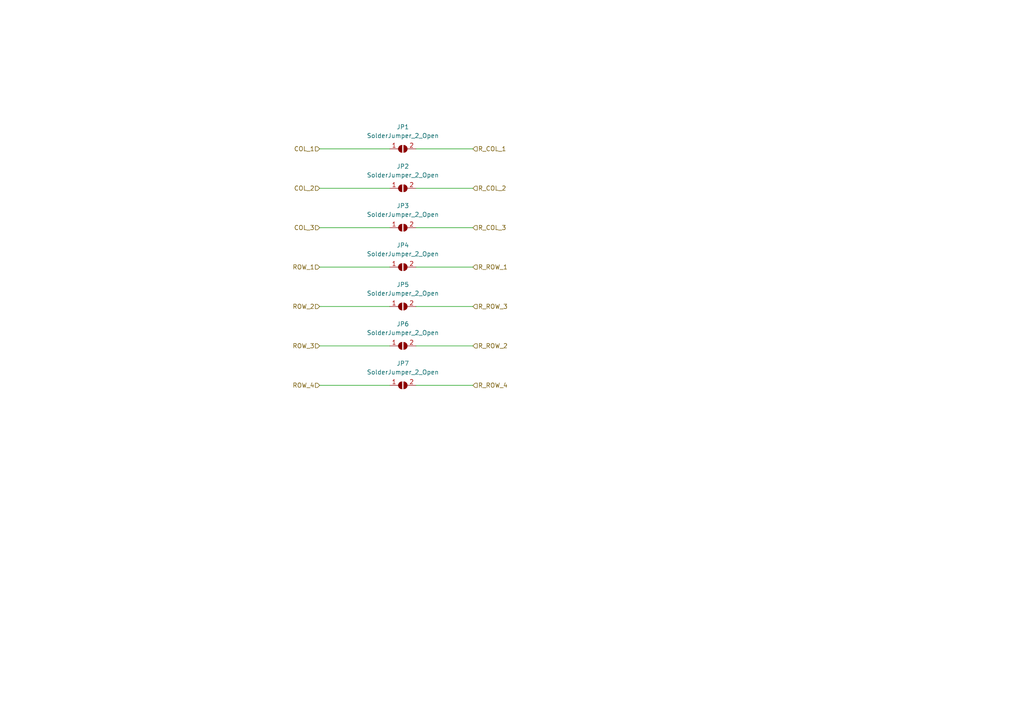
<source format=kicad_sch>
(kicad_sch (version 20231120) (generator "eeschema") (generator_version "8.0")
  (paper "A4")
  (lib_symbols
    (symbol "Jumper:SolderJumper_2_Open" (pin_names (offset 0) hide)
      (property "Reference" "JP" (at 0 2.032 0))
      (property "Value" "SolderJumper_2_Open" (at 0 -2.54 0))
      (symbol "SolderJumper_2_Open_0_1"
        (arc (start -0.254 1.016) (mid -1.2656 0) (end -0.254 -1.016))
        (arc (start -0.254 1.016) (mid -1.2656 0) (end -0.254 -1.016) (fill (type outline)))
        (polyline (pts (xy -0.254 1.016) (xy -0.254 -1.016)))
        (polyline (pts (xy 0.254 1.016) (xy 0.254 -1.016)))
        (arc (start 0.254 -1.016) (mid 1.2656 0) (end 0.254 1.016))
        (arc (start 0.254 -1.016) (mid 1.2656 0) (end 0.254 1.016) (fill (type outline)))
      )
      (symbol "SolderJumper_2_Open_1_1"
        (pin passive line (at -3.81 0 0) (length 2.54) (name "A") (number "1"))
        (pin passive line (at 3.81 0 180) (length 2.54) (name "B") (number "2"))
      )
    )
  )
  (wire (pts (xy 120.65 100.33) (xy 137.16 100.33)))
  (wire (pts (xy 92.71 66.04) (xy 113.03 66.04)))
  (wire (pts (xy 120.65 54.61) (xy 137.16 54.61)))
  (wire (pts (xy 120.65 43.18) (xy 137.16 43.18)))
  (wire (pts (xy 92.71 100.33) (xy 113.03 100.33)))
  (wire (pts (xy 120.65 77.47) (xy 137.16 77.47)))
  (wire (pts (xy 92.71 88.9) (xy 113.03 88.9)))
  (wire (pts (xy 120.65 66.04) (xy 137.16 66.04)))
  (wire (pts (xy 92.71 43.18) (xy 113.03 43.18)))
  (wire (pts (xy 120.65 88.9) (xy 137.16 88.9)))
  (wire (pts (xy 92.71 111.76) (xy 113.03 111.76)))
  (wire (pts (xy 120.65 111.76) (xy 137.16 111.76)))
  (wire (pts (xy 92.71 54.61) (xy 113.03 54.61)))
  (wire (pts (xy 92.71 77.47) (xy 113.03 77.47)))
  (hierarchical_label "R_COL_3" (shape input) (at 137.16 66.04 0))
  (hierarchical_label "R_ROW_4" (shape input) (at 137.16 111.76 0))
  (hierarchical_label "R_ROW_2" (shape input) (at 137.16 100.33 0))
  (hierarchical_label "COL_3" (shape input) (at 92.71 66.04 180))
  (hierarchical_label "ROW_4" (shape input) (at 92.71 111.76 180))
  (hierarchical_label "ROW_1" (shape input) (at 92.71 77.47 180))
  (hierarchical_label "R_COL_2" (shape input) (at 137.16 54.61 0))
  (hierarchical_label "COL_2" (shape input) (at 92.71 54.61 180))
  (hierarchical_label "R_ROW_3" (shape input) (at 137.16 88.9 0))
  (hierarchical_label "R_ROW_1" (shape input) (at 137.16 77.47 0))
  (hierarchical_label "R_COL_1" (shape input) (at 137.16 43.18 0))
  (hierarchical_label "ROW_2" (shape input) (at 92.71 88.9 180))
  (hierarchical_label "COL_1" (shape input) (at 92.71 43.18 180))
  (hierarchical_label "ROW_3" (shape input) (at 92.71 100.33 180))
  (symbol (lib_id "Jumper:SolderJumper_2_Open") (at 116.84 77.47 0) (unit 1)
    (property "Reference" "JP4" (at 116.84 71.12 0))
    (property "Value" "SolderJumper_2_Open" (at 116.84 73.66 0))
    (property "Footprint" "Jumper:SolderJumper-2_P1.3mm_Open_TrianglePad1.0x1.5mm" (effects (hide yes)))
  )
  (symbol (lib_id "Jumper:SolderJumper_2_Open") (at 116.84 43.18 0) (unit 1)
    (property "Reference" "JP1" (at 116.84 36.83 0))
    (property "Value" "SolderJumper_2_Open" (at 116.84 39.37 0))
    (property "Footprint" "Jumper:SolderJumper-2_P1.3mm_Open_TrianglePad1.0x1.5mm" (effects (hide yes)))
  )
  (symbol (lib_id "Jumper:SolderJumper_2_Open") (at 116.84 54.61 0) (unit 1)
    (property "Reference" "JP2" (at 116.84 48.26 0))
    (property "Value" "SolderJumper_2_Open" (at 116.84 50.8 0))
    (property "Footprint" "Jumper:SolderJumper-2_P1.3mm_Open_TrianglePad1.0x1.5mm" (effects (hide yes)))
  )
  (symbol (lib_id "Jumper:SolderJumper_2_Open") (at 116.84 66.04 0) (unit 1)
    (property "Reference" "JP3" (at 116.84 59.69 0))
    (property "Value" "SolderJumper_2_Open" (at 116.84 62.23 0))
    (property "Footprint" "Jumper:SolderJumper-2_P1.3mm_Open_TrianglePad1.0x1.5mm" (effects (hide yes)))
  )
  (symbol (lib_id "Jumper:SolderJumper_2_Open") (at 116.84 88.9 0) (unit 1)
    (property "Reference" "JP5" (at 116.84 82.55 0))
    (property "Value" "SolderJumper_2_Open" (at 116.84 85.09 0))
    (property "Footprint" "Jumper:SolderJumper-2_P1.3mm_Open_TrianglePad1.0x1.5mm" (effects (hide yes)))
  )
  (symbol (lib_id "Jumper:SolderJumper_2_Open") (at 116.84 111.76 0) (unit 1)
    (property "Reference" "JP7" (at 116.84 105.41 0))
    (property "Value" "SolderJumper_2_Open" (at 116.84 107.95 0))
    (property "Footprint" "Jumper:SolderJumper-2_P1.3mm_Open_TrianglePad1.0x1.5mm" (effects (hide yes)))
  )
  (symbol (lib_id "Jumper:SolderJumper_2_Open") (at 116.84 100.33 0) (unit 1)
    (property "Reference" "JP6" (at 116.84 93.98 0))
    (property "Value" "SolderJumper_2_Open" (at 116.84 96.52 0))
    (property "Footprint" "Jumper:SolderJumper-2_P1.3mm_Open_TrianglePad1.0x1.5mm" (effects (hide yes)))
  )
)
</source>
